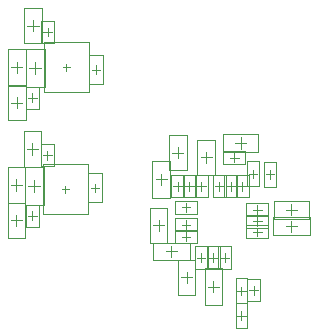
<source format=gbr>
%TF.GenerationSoftware,Altium Limited,Altium Designer,20.1.12 (249)*%
G04 Layer_Color=5220458*
%FSLAX45Y45*%
%MOMM*%
%TF.SameCoordinates,4EE8302A-A9A8-49E0-93C5-14594FCB678D*%
%TF.FilePolarity,Positive*%
%TF.FileFunction,Other,M16_-_Bottom_Courtyard*%
%TF.Part,Single*%
G01*
G75*
%TA.AperFunction,NonConductor*%
%ADD138C,0.01000*%
D138*
X800000Y1137500D02*
X920000D01*
X800000Y1387500D02*
X920000D01*
Y1137500D02*
Y1387500D01*
X800000Y1137500D02*
Y1387500D01*
X860000Y1227500D02*
Y1297500D01*
X825000Y1262500D02*
X895000D01*
X430000Y2492500D02*
X810000D01*
X430000Y2072500D02*
X810000D01*
X430000D02*
Y2492500D01*
X810000Y2072500D02*
Y2492500D01*
X620000Y2252500D02*
Y2312500D01*
X590000Y2282500D02*
X650000D01*
X420000Y1460000D02*
X800000D01*
X420000Y1040000D02*
X800000D01*
X420000D02*
Y1460000D01*
X800000Y1040000D02*
Y1460000D01*
X610000Y1220000D02*
Y1280000D01*
X580000Y1250000D02*
X640000D01*
X1347500Y1487500D02*
X1497500D01*
X1347500Y1177500D02*
X1497500D01*
X1347500D02*
Y1487500D01*
X1497500Y1177500D02*
Y1487500D01*
X1422500Y1285000D02*
Y1380000D01*
X1375000Y1332500D02*
X1470000D01*
X307500Y2277500D02*
X407500D01*
X357500Y2227500D02*
Y2327500D01*
X277500Y2437500D02*
X437500D01*
Y2117500D02*
Y2437500D01*
X277500Y2117500D02*
X437500D01*
X277500D02*
Y2437500D01*
X1507500Y1180000D02*
X1617500D01*
X1507500D02*
Y1370000D01*
X1617500D01*
Y1180000D02*
Y1370000D01*
X1562500Y1237500D02*
Y1312500D01*
X1525000Y1275000D02*
X1600000D01*
X125000Y1832500D02*
X275000D01*
X125000Y2132500D02*
X275000D01*
Y1832500D02*
Y2132500D01*
X125000Y1832500D02*
Y2132500D01*
X200000Y1935000D02*
Y2030000D01*
X152500Y1982500D02*
X247500D01*
X835000Y2262500D02*
X905000D01*
X870000Y2227500D02*
Y2297500D01*
X810000Y2137500D02*
Y2387500D01*
X930000Y2137500D02*
Y2387500D01*
X810000D02*
X930000D01*
X810000Y2137500D02*
X930000D01*
X425000Y2580000D02*
X500000D01*
X462500Y2542500D02*
Y2617500D01*
X407500Y2485000D02*
Y2675000D01*
Y2485000D02*
X517500D01*
Y2675000D01*
X407500D02*
X517500D01*
X262500Y2785000D02*
X412500D01*
X262500Y2485000D02*
X412500D01*
X262500D02*
Y2785000D01*
X412500Y2485000D02*
Y2785000D01*
X337500Y2587500D02*
Y2682500D01*
X290000Y2635000D02*
X385000D01*
X152500Y2282500D02*
X247500D01*
X200000Y2235000D02*
Y2330000D01*
X125000Y2127500D02*
Y2437500D01*
X275000Y2127500D02*
Y2437500D01*
X125000D02*
X275000D01*
X125000Y2127500D02*
X275000D01*
X295000Y2022500D02*
X370000D01*
X332500Y1985000D02*
Y2060000D01*
X387500Y1927500D02*
Y2117500D01*
X277500D02*
X387500D01*
X277500Y1927500D02*
Y2117500D01*
Y1927500D02*
X387500D01*
X420000Y1537500D02*
X495000D01*
X457500Y1500000D02*
Y1575000D01*
X402500Y1442500D02*
Y1632500D01*
Y1442500D02*
X512500D01*
Y1632500D01*
X402500D02*
X512500D01*
X122500Y835000D02*
X272500D01*
X122500Y1135000D02*
X272500D01*
Y835000D02*
Y1135000D01*
X122500Y835000D02*
Y1135000D01*
X197500Y937500D02*
Y1032500D01*
X150000Y985000D02*
X245000D01*
X292500Y1025000D02*
X367500D01*
X330000Y987500D02*
Y1062500D01*
X385000Y930000D02*
Y1120000D01*
X275000D02*
X385000D01*
X275000Y930000D02*
Y1120000D01*
Y930000D02*
X385000D01*
X150000Y1285000D02*
X245000D01*
X197500Y1237500D02*
Y1332500D01*
X122500Y1130000D02*
Y1440000D01*
X272500Y1130000D02*
Y1440000D01*
X122500D02*
X272500D01*
X122500Y1130000D02*
X272500D01*
X257500Y1740000D02*
X407500D01*
X257500Y1440000D02*
X407500D01*
X257500D02*
Y1740000D01*
X407500Y1440000D02*
Y1740000D01*
X332500Y1542500D02*
Y1637500D01*
X285000Y1590000D02*
X380000D01*
X267500Y1120000D02*
Y1440000D01*
Y1120000D02*
X427500D01*
Y1440000D01*
X267500D02*
X427500D01*
X347500Y1230000D02*
Y1330000D01*
X297500Y1280000D02*
X397500D01*
X2292500Y1270000D02*
X2392500D01*
X2292500Y1480000D02*
X2392500D01*
Y1270000D02*
Y1480000D01*
X2292500Y1270000D02*
Y1480000D01*
X2342500Y1340000D02*
Y1410000D01*
X2307500Y1375000D02*
X2377500D01*
X2147500Y1485000D02*
X2247500D01*
X2147500Y1275000D02*
X2247500D01*
X2147500D02*
Y1485000D01*
X2247500Y1275000D02*
Y1485000D01*
X2197500Y1345000D02*
Y1415000D01*
X2162500Y1380000D02*
X2232500D01*
X2052500Y495000D02*
X2152500D01*
X2052500Y285000D02*
X2152500D01*
X2052500D02*
Y495000D01*
X2152500Y285000D02*
Y495000D01*
X2102500Y355000D02*
Y425000D01*
X2067500Y390000D02*
X2137500D01*
X2170000Y395000D02*
X2245000D01*
X2207500Y357500D02*
Y432500D01*
X2262500Y300000D02*
Y490000D01*
X2152500D02*
X2262500D01*
X2152500Y300000D02*
Y490000D01*
Y300000D02*
X2262500D01*
X2052500Y75000D02*
X2152500D01*
X2052500Y285000D02*
X2152500D01*
Y75000D02*
Y285000D01*
X2052500Y75000D02*
Y285000D01*
X2102500Y145000D02*
Y215000D01*
X2067500Y180000D02*
X2137500D01*
X2245000Y1565000D02*
Y1715000D01*
X1945000Y1565000D02*
Y1715000D01*
X2245000D01*
X1945000Y1565000D02*
X2245000D01*
X2047500Y1640000D02*
X2142500D01*
X2095000Y1592500D02*
Y1687500D01*
X2040000Y1477500D02*
Y1552500D01*
X2002500Y1515000D02*
X2077500D01*
X1945000Y1570000D02*
X2135000D01*
X1945000Y1460000D02*
Y1570000D01*
Y1460000D02*
X2135000D01*
Y1570000D01*
X1507500Y675000D02*
Y770000D01*
X1460000Y722500D02*
X1555000D01*
X1352500Y797500D02*
X1662500D01*
X1352500Y647500D02*
X1662500D01*
Y797500D01*
X1352500Y647500D02*
Y797500D01*
X1827500Y670000D02*
X1902500D01*
X1865000Y632500D02*
Y707500D01*
X1810000Y575000D02*
Y765000D01*
Y575000D02*
X1920000D01*
Y765000D01*
X1810000D02*
X1920000D01*
X2070000Y1275000D02*
X2145000D01*
X2107500Y1237500D02*
Y1312500D01*
X2162500Y1180000D02*
Y1370000D01*
X2052500D02*
X2162500D01*
X2052500Y1180000D02*
Y1370000D01*
Y1180000D02*
X2162500D01*
X1487500Y1710000D02*
X1637500D01*
X1487500Y1410000D02*
X1637500D01*
X1487500D02*
Y1710000D01*
X1637500Y1410000D02*
Y1710000D01*
X1562500Y1512500D02*
Y1607500D01*
X1515000Y1560000D02*
X1610000D01*
X1622500Y1275000D02*
X1697500D01*
X1660000Y1237500D02*
Y1312500D01*
X1715000Y1180000D02*
Y1370000D01*
X1605000D02*
X1715000D01*
X1605000Y1180000D02*
Y1370000D01*
Y1180000D02*
X1715000D01*
X1632500Y810000D02*
Y885000D01*
X1595000Y847500D02*
X1670000D01*
X1537500Y902500D02*
X1727500D01*
X1537500Y792500D02*
Y902500D01*
Y792500D02*
X1727500D01*
Y902500D01*
X1875000Y1275000D02*
X1950000D01*
X1912500Y1237500D02*
Y1312500D01*
X1967500Y1180000D02*
Y1370000D01*
X1857500D02*
X1967500D01*
X1857500Y1180000D02*
Y1370000D01*
Y1180000D02*
X1967500D01*
X1632500Y1060000D02*
Y1135000D01*
X1595000Y1097500D02*
X1670000D01*
X1537500Y1152500D02*
X1727500D01*
X1537500Y1042500D02*
Y1152500D01*
Y1042500D02*
X1727500D01*
Y1152500D01*
X1325000Y792500D02*
X1475000D01*
X1325000Y1092500D02*
X1475000D01*
Y792500D02*
Y1092500D01*
X1325000Y792500D02*
Y1092500D01*
X1400000Y895000D02*
Y990000D01*
X1352500Y942500D02*
X1447500D01*
X1632500Y910000D02*
Y985000D01*
X1595000Y947500D02*
X1670000D01*
X1537500Y1002500D02*
X1727500D01*
X1537500Y892500D02*
Y1002500D01*
Y892500D02*
X1727500D01*
Y1002500D01*
X1562500Y352500D02*
X1712500D01*
X1562500Y652500D02*
X1712500D01*
Y352500D02*
Y652500D01*
X1562500Y352500D02*
Y652500D01*
X1637500Y455000D02*
Y550000D01*
X1590000Y502500D02*
X1685000D01*
X1722500Y670000D02*
X1797500D01*
X1760000Y632500D02*
Y707500D01*
X1705000Y575000D02*
Y765000D01*
Y575000D02*
X1815000D01*
Y765000D01*
X1705000D02*
X1815000D01*
X1757500Y1520000D02*
X1852500D01*
X1805000Y1472500D02*
Y1567500D01*
X1880000Y1370001D02*
Y1670000D01*
X1730000Y1370001D02*
Y1670000D01*
Y1370001D02*
X1880000D01*
X1730000Y1670000D02*
X1880000D01*
X1707500Y1180000D02*
X1817500D01*
X1707500D02*
Y1370000D01*
X1817500D01*
Y1180000D02*
Y1370000D01*
X1762500Y1237500D02*
Y1312500D01*
X1725000Y1275000D02*
X1800000D01*
X1790000Y270000D02*
X1940000D01*
X1790000Y580000D02*
X1940000D01*
Y270000D02*
Y580000D01*
X1790000Y270000D02*
Y580000D01*
X1865000Y377500D02*
Y472500D01*
X1817500Y425000D02*
X1912500D01*
X2525000Y1027500D02*
Y1122500D01*
X2477500Y1075000D02*
X2572500D01*
X2375001Y1000000D02*
X2675000D01*
X2375001Y1150000D02*
X2675000D01*
X2375001Y1000000D02*
Y1150000D01*
X2675000Y1000000D02*
Y1150000D01*
X2140000Y1020000D02*
Y1130000D01*
X2330000D01*
Y1020000D02*
Y1130000D01*
X2140000Y1020000D02*
X2330000D01*
X2197500Y1075000D02*
X2272500D01*
X2235000Y1037500D02*
Y1112500D01*
X2680000Y860000D02*
Y1010000D01*
X2370000Y860000D02*
Y1010000D01*
X2680000D01*
X2370000Y860000D02*
X2680000D01*
X2477500Y935000D02*
X2572500D01*
X2525000Y887500D02*
Y982500D01*
X2140000Y832500D02*
Y942500D01*
X2330000D01*
Y832500D02*
Y942500D01*
X2140000Y832500D02*
X2330000D01*
X2197500Y887500D02*
X2272500D01*
X2235000Y850000D02*
Y925000D01*
X2140000Y922500D02*
Y1032500D01*
X2330000D01*
Y922500D02*
Y1032500D01*
X2140000Y922500D02*
X2330000D01*
X2197500Y977500D02*
X2272500D01*
X2235000Y940000D02*
Y1015000D01*
X1905000Y765000D02*
X2015000D01*
Y575000D02*
Y765000D01*
X1905000Y575000D02*
X2015000D01*
X1905000D02*
Y765000D01*
X1960000Y632500D02*
Y707500D01*
X1922500Y670000D02*
X1997500D01*
X1955000Y1180000D02*
X2065000D01*
X1955000D02*
Y1370000D01*
X2065000D01*
Y1180000D02*
Y1370000D01*
X2010000Y1237500D02*
Y1312500D01*
X1972500Y1275000D02*
X2047500D01*
%TF.MD5,4dd4e4f554291206f713bcbc50a9f8ef*%
M02*

</source>
